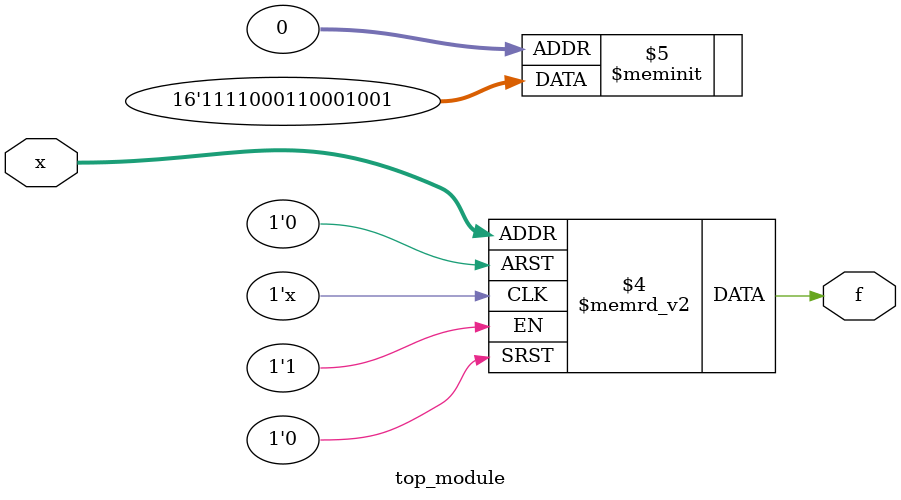
<source format=sv>
module top_module (
    input [4:1] x,
    output logic f
);

// Implementing the function f using a case statement
always_comb begin
    case(x)
        4'b0001, 4'b0010, 4'b0100, 4'b0101, 4'b0110, 4'b1001, 4'b1010, 4'b1011: f = 1'b0;
        default: f = 1'b1;
    endcase
end

endmodule

</source>
